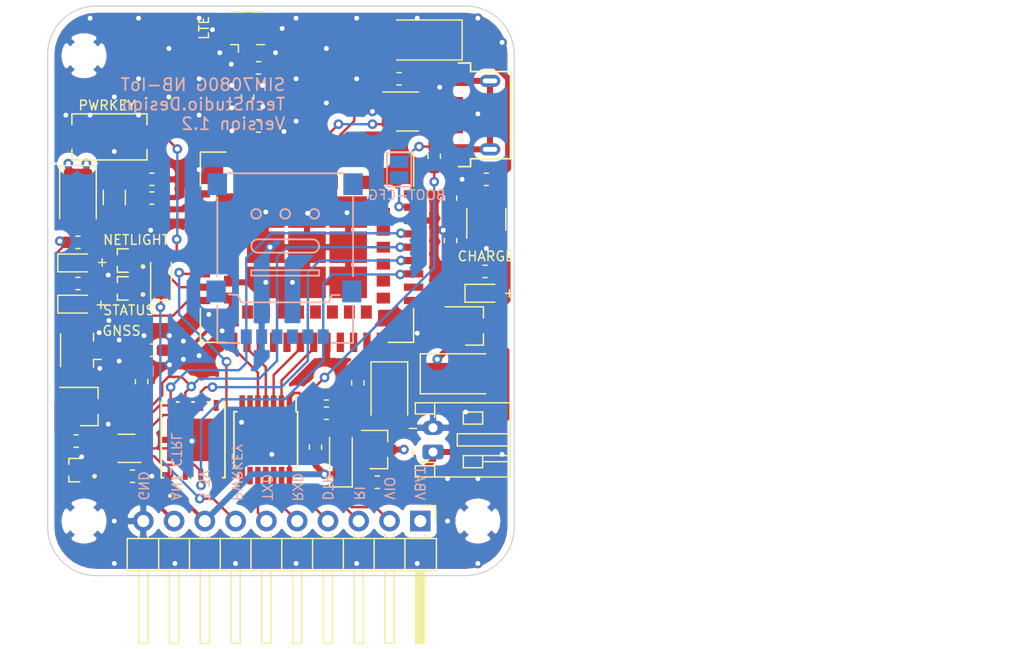
<source format=kicad_pcb>
(kicad_pcb (version 20221018) (generator pcbnew)
  (title_block (title "TechStudio.Design SIM7080G NB-IoT Shield") (date "2021-08-25") (rev "V1.2") (company "www.techstudio.design") (comment 3 "Copyright: Tech Studio Design, 2021") (comment 4 "Designed By: Henry Cheung"))
  (layers (0 "F.Cu" signal) (1 "In1.Cu" power) (2 "In2.Cu" power) (31 "B.Cu" signal) (34 "B.Paste" user) (35 "F.Paste" user) (36 "B.SilkS" user "B.Silkscreen") (37 "F.SilkS" user "F.Silkscreen") (38 "B.Mask" user) (39 "F.Mask" user) (44 "Edge.Cuts" user))
  (net 0 "")
  (net 1 "VIO")
  (net 2 "GND")
  (net 3 "1.8V")
  (net 4 "Net-(C3-Pad1)")
  (net 5 "VBUS")
  (net 6 "PWRKEY")
  (net 7 "Net-(D3-Pad1)")
  (net 8 "Net-(D3-Pad2)")
  (net 9 "RXD")
  (net 10 "TXD")
  (net 11 "RI")
  (net 12 "DTR")
  (net 13 "VANT")
  (net 14 "NETLIGHT")
  (net 15 "STAT")
  (net 16 "NB_TXD")
  (net 17 "NB_RXD")
  (net 18 "NB_RI")
  (net 19 "NB_DTR")
  (net 20 "Net-(U2-Pad3)")
  (net 21 "Net-(U3-Pad4)")
  (net 22 "Net-(U3-Pad5)")
  (net 23 "Net-(D1-Pad2)")
  (net 24 "Net-(D2-Pad1)")
  (net 25 "Net-(JP1-Pad2)")
  (net 26 "Net-(JP1-Pad1)")
  (net 27 "Net-(J4-Pad6)")
  (net 28 "Net-(C1-Pad1)")
  (net 29 "Net-(C2-Pad1)")
  (net 30 "VBAT")
  (net 31 "Net-(C9-Pad1)")
  (net 32 "3.3V")
  (net 33 "Net-(C16-Pad1)")
  (net 34 "Net-(C17-Pad1)")
  (net 35 "Net-(D2-Pad3)")
  (net 36 "Net-(D2-Pad4)")
  (net 37 "Net-(D4-Pad2)")
  (net 38 "Net-(D4-Pad1)")
  (net 39 "Net-(D7-Pad1)")
  (net 40 "Net-(D7-Pad2)")
  (net 41 "Net-(J3-Pad6)")
  (net 42 "Net-(J3-Pad3)")
  (net 43 "Net-(J3-Pad2)")
  (net 44 "Net-(J3-Pad4)")
  (net 45 "Net-(L1-Pad2)")
  (net 46 "Net-(Q1-Pad1)")
  (net 47 "Net-(R8-Pad1)")
  (net 48 "Net-(U1-Pad1)")
  (net 49 "Net-(U1-Pad3)")
  (net 50 "Net-(U2-Pad4)")
  (net 51 "Net-(U2-Pad5)")
  (net 52 "Net-(U2-Pad9)")
  (net 53 "Net-(U2-Pad10)")
  (net 54 "Net-(U2-Pad11)")
  (net 55 "Net-(U2-Pad12)")
  (net 56 "Net-(U2-Pad14)")
  (net 57 "Net-(U2-Pad22)")
  (net 58 "Net-(U2-Pad23)")
  (net 59 "Net-(U2-Pad28)")
  (net 60 "Net-(U2-Pad29)")
  (net 61 "Net-(U2-Pad38)")
  (net 62 "Net-(U2-Pad43)")
  (net 63 "Net-(U2-Pad44)")
  (net 64 "Net-(U2-Pad46)")
  (net 65 "Net-(U2-Pad47)")
  (net 66 "Net-(U2-Pad48)")
  (net 67 "Net-(U2-Pad49)")
  (net 68 "Net-(U2-Pad50)")
  (net 69 "Net-(U2-Pad51)")
  (net 70 "Net-(U2-Pad52)")
  (net 71 "Net-(U2-Pad53)")
  (net 72 "Net-(U2-Pad54)")
  (net 73 "Net-(U2-Pad55)")
  (net 74 "Net-(U2-Pad56)")
  (net 75 "Net-(U2-Pad57)")
  (net 76 "Net-(U2-Pad58)")
  (net 77 "Net-(U2-Pad59)")
  (net 78 "Net-(U2-Pad60)")
  (net 79 "Net-(U2-Pad61)")
  (net 80 "Net-(U2-Pad62)")
  (net 81 "Net-(U2-Pad64)")
  (net 82 "Net-(U2-Pad65)")
  (net 83 "Net-(U3-Pad2)")
  (net 84 "Net-(U4-Pad6)")
  (net 85 "Net-(U4-Pad9)")
  (net 86 "ANT_CTRL")
  (footprint "Capacitor_SMD:C_0603_1608Metric_Pad1.05x0.95mm_HandSolder" (layer "F.Cu") (at 144.15 98.4 180)
    (fp_text reference "C1" hide)
    (fp_text value "22pF" hide)
  )
  (footprint "Capacitor_SMD:C_0603_1608Metric_Pad1.05x0.95mm_HandSolder" (layer "F.Cu") (at 152.9 75.1)
    (fp_text reference "C2")
    (fp_text value "NC" hide)
  )
  (footprint "Capacitor_SMD:C_0603_1608Metric_Pad1.05x0.95mm_HandSolder" (layer "F.Cu") (at 152.9 79.9)
    (fp_text reference "C3" hide)
    (fp_text value "NC" hide)
  )
  (footprint "Capacitor_Tantalum_SMD:CP_EIA-3528-12_Kemet-T_Pad1.50x2.35mm_HandSolder" (layer "F.Cu") (at 138 85.8 -90)
    (fp_text reference "C4" hide)
    (fp_text value "100uF" hide)
  )
  (footprint "Capacitor_SMD:C_1206_3216Metric_Pad1.42x1.75mm_HandSolder" (layer "F.Cu") (at 141 85.8 -90)
    (fp_text reference "C5" hide)
    (fp_text value "100uF" hide)
  )
  (footprint "Capacitor_SMD:C_0603_1608Metric_Pad1.05x0.95mm_HandSolder" (layer "F.Cu") (at 144.1 84.3)
    (fp_text reference "C6" hide)
    (fp_text value "1uF" hide)
  )
  (footprint "Capacitor_SMD:C_0603_1608Metric_Pad1.05x0.95mm_HandSolder" (layer "F.Cu") (at 144.1 85.85)
    (fp_text reference "C7" hide)
    (fp_text value "0.1uF" hide)
  )
  (footprint "Capacitor_SMD:C_0603_1608Metric_Pad1.05x0.95mm_HandSolder" (layer "F.Cu") (at 164.5 76 180)
    (fp_text reference "C8" hide)
    (fp_text value "0.1uF" hide)
  )
  (footprint "Capacitor_SMD:C_0603_1608Metric_Pad1.05x0.95mm_HandSolder" (layer "F.Cu") (at 142.5 108.8)
    (fp_text reference "C9" hide)
    (fp_text value "0.1uF" hide)
  )
  (footprint "Capacitor_SMD:C_0603_1608Metric_Pad1.05x0.95mm_HandSolder" (layer "F.Cu") (at 158.5 103.6)
    (fp_text reference "C10" hide)
    (fp_text value "0.1uF" hide)
  )
  (footprint "Capacitor_SMD:C_0603_1608Metric_Pad1.05x0.95mm_HandSolder" (layer "F.Cu") (at 158.5 102 180)
    (fp_text reference "C11" hide)
    (fp_text value "0.1uF" hide)
  )
  (footprint "Capacitor_Tantalum_SMD:CP_EIA-3528-12_Kemet-T_Pad1.50x2.35mm_HandSolder" (layer "F.Cu") (at 163.7 102 -90)
    (fp_text reference "C12" hide)
    (fp_text value "100uF" hide)
  )
  (footprint "Capacitor_SMD:C_0603_1608Metric_Pad1.05x0.95mm_HandSolder" (layer "F.Cu") (at 161.1 101.1 -90)
    (fp_text reference "C13" hide)
    (fp_text value "10uF")
  )
  (footprint "Capacitor_Tantalum_SMD:CP_EIA-3216-10_Kemet-I_Pad1.58x1.35mm_HandSolder" (layer "F.Cu") (at 159.7 107.2 90)
    (fp_text reference "C14" hide)
    (fp_text value "47uF" hide)
  )
  (footprint "Capacitor_SMD:C_0603_1608Metric_Pad1.05x0.95mm_HandSolder" (layer "F.Cu") (at 157.6 106.4 90)
    (fp_text reference "C15" hide)
    (fp_text value "1uF" hide)
  )
  (footprint "Capacitor_SMD:C_0603_1608Metric_Pad1.05x0.95mm_HandSolder" (layer "F.Cu") (at 171.7 84.3 180)
    (fp_text reference "C16" hide)
    (fp_text value "4.7uF" hide)
  )
  (footprint "Capacitor_SMD:C_0603_1608Metric_Pad1.05x0.95mm_HandSolder" (layer "F.Cu") (at 162.7 109.3 180)
    (fp_text reference "C17" hide)
    (fp_text value "4.7uF" hide)
  )
  (footprint "Diode_SMD:D_SOD-323_HandSoldering" (layer "F.Cu") (at 144.85 92.4 90)
    (fp_text reference "D1" hide)
    (fp_text value "SD103AWS" hide)
  )
  (footprint "Package_TO_SOT_SMD:SOT-353_SC-70-5_Handsoldering" (layer "F.Cu") (at 142 106.5 180)
    (fp_text reference "D2" hide)
    (fp_text value "ESDA6V1W5" hide)
  )
  (footprint "LED_SMD:LED_0603_1608Metric_Pad1.05x0.95mm_HandSolder" (layer "F.Cu") (at 138 91.2)
    (fp_text reference "D3" hide)
    (fp_text value "NETLIGHT (GREEN)" hide)
  )
  (footprint "LED_SMD:LED_0603_1608Metric_Pad1.05x0.95mm_HandSolder" (layer "F.Cu") (at 138 94.6)
    (fp_text reference "D4" hide)
    (fp_text value "STATUS (BLUE)" hide)
  )
  (footprint "Diode_SMD:D_SMA" (layer "F.Cu") (at 166.3 72.8 180)
    (fp_text reference "D5" hide)
    (fp_text value "SS12" hide)
  )
  (footprint "Diode_SMD:D_SMA" (layer "F.Cu") (at 169.65 100.35)
    (fp_text reference "D6" hide)
    (fp_text value "ES1AF" hide)
  )
  (footprint "LED_SMD:LED_0603_1608Metric_Pad1.05x0.95mm_HandSolder" (layer "F.Cu") (at 171.6 93.7)
    (fp_text reference "D7" hide)
    (fp_text value "CHARGING (RED)" hide)
  )
  (footprint "MountingHole:MountingHole_2.7mm_M2.5" (layer "F.Cu") (at 171 112.5)
    (fp_text reference "H2" hide)
    (fp_text value "MountingHole_Pad" hide)
  )
  (footprint "MountingHole:MountingHole_2.7mm_M2.5" (layer "F.Cu") (at 138.5 112.5)
    (fp_text reference "H3" hide)
    (fp_text value "MountingHole_Pad" hide)
  )
  (footprint "Connector_Coaxial:U.FL_Hirose_U.FL-R-SMT-1_Vertical" (layer "F.Cu") (at 152 72.3 90)
    (fp_text reference "J1" hide)
    (fp_text value "LTE Antenna" hide)
  )
  (footprint "Connector_Coaxial:U.FL_Hirose_U.FL-R-SMT-1_Vertical" (layer "F.Cu") (at 138.4 98.4 180)
    (fp_text reference "J2" hide)
    (fp_text value "GNSS Antenna" hide)
  )
  (footprint "Connector_JST:JST_PH_S2B-PH-K_1x02_P2.00mm_Horizontal" (layer "F.Cu") (at 167.3 106.8 90)
    (fp_text reference "J5" hide)
    (fp_text value "JST PH" hide)
  )
  (footprint "Connector_PinHeader_2.54mm:PinHeader_1x10_P2.54mm_Horizontal" (layer "F.Cu") (at 166.25 112.5 -90)
    (fp_text reference "J6" hide)
    (fp_text value "Conn_01x10_Male" hide)
  )
  (footprint "Inductor_SMD:L_0603_1608Metric_Pad1.05x0.95mm_HandSolder" (layer "F.Cu") (at 143.25 101 -90)
    (fp_text reference "L1" hide)
    (fp_text value "BLM18BA121SN1D" hide)
  )
  (footprint "Package_TO_SOT_SMD:SOT-23_Handsoldering" (layer "F.Cu") (at 138.9 103.05)
    (fp_text reference "Q1" hide)
    (fp_text value "FDN340P" hide)
  )
  (footprint "e-tinkers:SOT523" (layer "F.Cu") (at 141.7 91 180)
    (fp_text reference "Q2" hide)
    (fp_text value "DTC143Z" hide)
  )
  (footprint "e-tinkers:SOT523" (layer "F.Cu") (at 141.7 93.3 180)
    (fp_text reference "Q3" hide)
    (fp_text value "DTC143Z" hide)
  )
  (footprint "e-tinkers:SOT523" (layer "F.Cu") (at 137.7 108.3 180)
    (fp_text reference "Q4" hide)
    (fp_text value "DTC143Z" hide)
  )
  (footprint "Package_TO_SOT_SMD:SOT-23_Handsoldering" (layer "F.Cu") (at 170.7 96.4)
    (fp_text reference "Q5" hide)
    (fp_text value "FDN340P" hide)
  )
  (footprint "Resistor_SMD:R_0603_1608Metric_Pad1.05x0.95mm_HandSolder" (layer "F.Cu") (at 152 77.5 90)
    (fp_text reference "R1" hide)
    (fp_text value "0" hide)
  )
  (footprint "Resistor_SMD:R_0603_1608Metric_Pad1.05x0.95mm_HandSolder" (layer "F.Cu") (at 167.4 82.4 90)
    (fp_text reference "R2" hide)
    (fp_text value "10k" hide)
  )
  (footprint "Resistor_SMD:R_0603_1608Metric_Pad1.05x0.95mm_HandSolder" (layer "F.Cu") (at 138 92.9)
    (fp_text reference "R4" hide)
    (fp_text value "1k" hide)
  )
  (footprint "Resistor_SMD:R_0603_1608Metric_Pad1.05x0.95mm_HandSolder" (layer "F.Cu") (at 137.85 105.9 180)
    (fp_text reference "R5" hide)
    (fp_text value "200k" hide)
  )
  (footprint "Resistor_SMD:R_0603_1608Metric_Pad1.05x0.95mm_HandSolder" (layer "F.Cu") (at 171.6 91.9 180)
    (fp_text reference "R6" hide)
    (fp_text value "2k" hide)
  )
  (footprint "Resistor_SMD:R_0603_1608Metric_Pad1.05x0.95mm_HandSolder" (layer "F.Cu") (at 168.75 89.35 90)
    (fp_text reference "R7" hide)
    (fp_text value "100k" hide)
  )
  (footprint "Resistor_SMD:R_0603_1608Metric_Pad1.05x0.95mm_HandSolder" (layer "F.Cu") (at 168.75 85.85 90)
    (fp_text reference "R8" hide)
    (fp_text value "2k" hide)
  )
  (footprint "e-tinkers:SW_TS-1101-X-X" (layer "F.Cu") (at 140.6 80.8)
    (fp_text reference "SW1" hide)
    (fp_text value "PWRKEY" hide)
  )
  (footprint "Package_TO_SOT_SMD:SOT-23-6_Handsoldering" (layer "F.Cu") (at 165.2 78.7)
    (fp_text reference "U1" hide)
    (fp_text value "USBLC6-2SC6" hide)
  )
  (footprint "SimCom:SIM7080G" (layer "F.Cu") (at 156.9 89.9 90)
    (fp_text reference "U2" hide)
    (fp_text value "SIM7080G" hide)
  )
  (footprint "e-tinkers:ST4SIM-200M" (layer "F.Cu") (at 147.5 105.8 90)
    (fp_text reference "U3" hide)
    (fp_text value "ST4SIM-200M" hide)
  )
  (footprint "Package_SO:TSSOP-14_4.4x5mm_P0.65mm" (layer "F.Cu") (at 153.5 105.8 -90)
    (fp_text reference "U4" hide)
    (fp_text value "TXB0104PW" hide)
  )
  (footprint "Package_TO_SOT_SMD:SOT-23" (layer "F.Cu") (at 162.8 106.6)
    (fp_text reference "U5" hide)
    (fp_text value "ME6211A33M3G-N" hide)
  )
  (footprint "Package_TO_SOT_SMD:SOT-23-5_HandSoldering" (layer "F.Cu") (at 171.7 87.6 90)
    (fp_text reference "U6" hide)
    (fp_text value "MCP73831-2-OT" hide)
  )
  (footprint "Resistor_SMD:R_0603_1608Metric_Pad1.05x0.95mm_HandSolder" (layer "F.Cu") (at 138 89.5)
    (fp_text reference "R3" hide)
    (fp_text value "1k" hide)
  )
  (footprint "MountingHole:MountingHole_2.7mm_M2.5" (layer "F.Cu") (at 138.5 74.1)
    (fp_text reference "H1" hide)
    (fp_text value "MountingHole_Pad")
  )
  (footprint "e-tinkers:U254-051T-4BH83" (layer "F.Cu") (at 172 79 90)
    (fp_text reference "J3" hide)
    (fp_text value "USB_B_Micro" hide)
  )
  (footprint "Jumper:SolderJumper-2_P1.3mm_Open_Pad1.0x1.5mm" (layer "B.Cu") (at 164.5 83.5 90)
    (fp_text reference "JP1" hide)
    (fp_text value "SolderJumper_2_Open" hide)
  )
  (footprint "e-tinkers:HOAUC-HYC240-SIM-06-150_C645501" (layer "B.Cu") (at 155.1 90.8)
    (fp_text reference "J4" hide)
    (fp_text value "SIM_Card" hide)
  )
  (gr_line (start 135.5 113) (end 135.5 74) (stroke (width 0.1)) (layer "Edge.Cuts"))
  (gr_arc (start 139.5 117) (mid 136.671573 115.828427) (end 135.5 113) (stroke (width 0.1)) (layer "Edge.Cuts"))
  (gr_arc (start 170 70) (mid 172.828427 71.171573) (end 174 74) (stroke (width 0.1)) (layer "Edge.Cuts"))
  (gr_line (start 174 74) (end 174 113) (stroke (width 0.1)) (layer "Edge.Cuts"))
  (gr_line (start 170 117) (end 139.5 117) (stroke (width 0.1)) (layer "Edge.Cuts"))
  (gr_arc (start 174 113) (mid 172.828427 115.828427) (end 170 117) (stroke (width 0.1)) (layer "Edge.Cuts"))
  (gr_arc (start 135.5 74) (mid 136.671573 71.171573) (end 139.5 70) (stroke (width 0.1)) (layer "Edge.Cuts"))
  (gr_line (start 139.5 70) (end 170 70) (stroke (width 0.1)) (layer "Edge.Cuts"))
  (gr_text "RXD" (at 156.1 109.7 270) (layer "B.SilkS") (effects (font (size 0.8 0.8) (thickness 0.12)) (justify mirror)))
  (gr_text "TXD" (at 153.6 109.7 270) (layer "B.SilkS") (effects (font (size 0.8 0.8) (thickness 0.12)) (justify mirror)))
  (gr_text "PWRKEY" (at 151.1 108.5 270) (layer "B.SilkS") (effects (font (size 0.8 0.8) (thickness 0.12)) (justify mirror)))
  (gr_text "ANT_CTRL" (at 146.1 108 270) (layer "B.SilkS") (effects (font (size 0.8 0.8) (thickness 0.12)) (justify mirror)))
  (gr_text "GND" (at 143.4 109.6 270) (layer "B.SilkS") (effects (font (size 0.8 0.8) (thickness 0.12)) (justify mirror)))
  (gr_text "SIM7080G NB-IoT\nTechStudio.Design\nVersion 1.2" (at 155.2 78.1) (layer "B.SilkS") (effects (font (size 1 1)) (justify left mirror)))
  (gr_text "BOOT-CFG" (at 165.15 85.6) (layer "B.SilkS") (effects (font (size 0.8 0.8) (thickness 0.12)) (justify mirror)))
  (gr_text "3.3V" (at 148.4 109.6 270) (layer "B.SilkS") (effects (font (size 0.8 0.8) (thickness 0.12)) (justify mirror)))
  (gr_text "VBAT" (at 166.2 109.4 270) (layer "B.SilkS") (effects (font (size 0.8 0.8) (thickness 0.12)) (justify mirror)))
  (gr_text "VIO" (at 163.7 109.8 270) (layer "B.SilkS") (effects (font (size 0.8 0.8) (thickness 0.12)) (justify mirror)))
  (gr_text "RI" (at 161.2 110.2 270) (layer "B.SilkS") (effects (font (size 0.8 0.8) (thickness 0.12)) (justify mirror)))
  (gr_text "DTR" (at 158.6 109.7 270) (layer "B.SilkS") (effects (font (size 0.8 0.8) (thickness 0.12)) (justify mirror)))
  (gr_text "STATUS" (at 142.2 95.1) (layer "F.SilkS") (effects (font (size 0.8 0.8) (thickness 0.12))))
  (gr_text "NETLIGHT" (at 142.8 89.3) (layer "F.SilkS") (effects (font (size 0.8 0.8) (thickness 0.12))))
  (gr_text "LTE" (at 148.4 71.8 90) (layer "F.SilkS") (effects (font (size 0.8 0.8) (thickness 0.12))))
  (gr_text "GNSS" (at 141.6 96.8) (layer "F.SilkS") (effects (font (size 0.8 0.8) (thickness 0.12))))
  (gr_text "PWRKEY" (at 140.4 78.2) (layer "F.SilkS") (effects (font (size 0.8 0.8) (thickness 0.12))))
  (gr_text "CHARGE" (at 171.65 90.65) (layer "F.SilkS") (effects (font (size 0.8 0.8) (thickness 0.12))))
  (gr_text "+" (at 140 91.1) (layer "F.SilkS") (effects (font (size 0.8 0.8) (thickness 0.12))))
  (gr_text "+" (at 165.65 106.8) (layer "F.SilkS") (effects (font (size 0.8 0.8) (thickness 0.12))))
  (gr_text "-" (at 165.65 104.8) (layer "F.SilkS") (effects (font (size 0.8 0.8) (thickness 0.12))))
  (gr_text "+" (at 139.9 94.6) (layer "F.SilkS") (effects (font (size 0.8 0.8) (thickness 0.12))))
  (gr_text "+" (at 173.6 93.65) (layer "F.SilkS") (effects (font (size 0.8 0.8) (thickness 0.12))))
  (segment (start 155.45 105.775) (end 157.625 103.6) (width 0.2) (layer "F.Cu") (net 1))
  (segment (start 155.99998 109.89998) (end 159.135678 109.89998) (width 0.2) (layer "F.Cu") (net 1))
  (segment (start 155.45 108.75) (end 155.45 105.775) (width 0.2) (layer "F.Cu") (net 1))
  (segment (start 160.585697 111.349999) (end 162.559999 111.349999) (width 0.2) (layer "F.Cu") (net 1))
  (segment (start 162.860001 111.650001) (end 163.71 112.5) (width 0.2) (layer "F.Cu") (net 1))
  (segment (start 162.559999 111.349999) (end 162.860001 111.650001) (width 0.2) (layer "F.Cu") (net 1))
  (segment (start 155.45 109.35) (end 155.99998 109.89998) (width 0.2) (layer "F.Cu") (net 1))
  (segment (start 155.45 108.75) (end 155.45 109.35) (width 0.2) (layer "F.Cu") (net 1))
  (segment (start 159.135678 109.89998) (end 160.585697 111.349999) (width 0.2) (layer "F.Cu") (net 1))
  (segment (start 169.7 84.3) (end 169.425 84.3) (width 0.5) (layer "F.Cu") (net 2))
  (segment (start 147.4 105.9) (end 147.5 105.8) (width 0.2) (layer "F.Cu") (net 2))
  (segment (start 153.5 87) (end 153.5 87) (width 0.5) (layer "F.Cu") (net 2))
  (segment (start 153.5 92.8) (end 154.8 94.1) (width 0.5) (layer "F.Cu") (net 2))
  (segment (start 155.7 92.8) (end 153.5 92.8) (width 0.5) (layer "F.Cu") (net 2))
  (segment (start 157.8375 105.7625) (end 157.6 105.525) (width 0.5) (layer "F.Cu") (net 2))
  (segment (start 140.5 92.2) (end 142.17 92.2) (width 0.2) (layer "F.Cu") (net 2))
  (segment (start 138.3 107.78) (end 138.32 107.8) (width 0.3) (layer "F.Cu") (net 2))
  (segment (start 143.33 106.5) (end 146.8 106.5) (width 0.2) (layer "F.Cu") (net 2))
  (segment (start 144.1 108.8) (end 143.375 108.8) (width 0.3) (layer "F.Cu") (net 2))
  (segment (start 153.4 92.7) (end 153.5 92.8) (width 0.5) (layer "F.Cu") (net 2))
  (segment (start 148.1 87.7) (end 149.4 87.7) (width 0.5) (layer "F.Cu") (net 2))
  (segment (start 150.7 92.8) (end 150.6 92.7) (width 0.5) (layer "F.Cu") (net 2))
  (segment (start 146.8 106.5) (end 147.4 105.9) (width 0.2) (layer "F.Cu") (net 2))
  (segment (start 154.8 94.1) (end 154.8 95.25) (width 0.5) (layer "F.Cu") (net 2))
  (segment (start 159.7 105.7625) (end 157.8375 105.7625) (width 0.5) (layer "F.Cu") (net 2))
  (segment (start 168.85 77.7) (end 167.85 76.7) (width 0.5) (layer "F.Cu") (net 2))
  (segment (start 165.7 85.5) (end 168.225 85.5) (width 0.5) (layer "F.Cu") (net 2))
  (segment (start 156.9 92.8) (end 155.7 92.8) (width 0.5) (layer "F.Cu") (net 2))
  (segment (start 150 87.1) (end 150.6 87.1) (width 0.5) (layer "F.Cu") (net 2))
  (segment (start 142.17 92.2) (end 142.32 92.35) (width 0.2) (layer "F.Cu") (net 2))
  (segment (start 138.3 107.2) (end 138.3 107.78) (width 0.3) (layer "F.Cu") (net 2))
  (segment (start 151.55 102.85) (end 151.55 104.3) (width 0.2) (layer "F.Cu") (net 2))
  (segment (start 169.1 77.7) (end 168.85 77.7) (width 0.5) (layer "F.Cu") (net 2))
  (segment (start 142.32 92.35) (end 142.32 92.8) (width 0.2) (layer "F.Cu") (net 2))
  (segment (start 153.05 80.625) (end 153.775 79.9) (width 0.3) (layer "F.Cu") (net 2))
  (segment (start 151.55 104.3) (end 151.5 104.35) (width 0.2) (layer "F.Cu") (net 2))
  (segment (start 169.425 84.3) (end 168.75 84.975) (width 0.5) (layer "F.Cu") (net 2))
  (segment (start 162.3 78.7) (end 163.85 78.7) (width 0.2) (layer "F.Cu") (net 2))
  (segment (start 153.5 92.8) (end 153.5 92.8) (width 0.5) (layer "F.Cu") (net 2))
  (segment (start 153.5 92.8) (end 150.7 92.8) (width 0.5) (layer "F.Cu") (net 2))
  (segment (start 170.825 84.3) (end 169.7 84.3) (width 0.5) (layer "F.Cu") (net 2))
  (segment (start 168.225 85.5) (end 168.75 84.975) (width 0.5) (layer "F.Cu") (net 2))
  (segment (start 149.4 87.7) (end 150 87.1) (width 0.5) (layer "F.Cu") (net 2))
  (segment (start 153.4 87.1) (end 153.5 87) (width 0.5) (layer "F.Cu") (net 2))
  (segment (start 171.7 88.95) (end 171.7 90) (width 0.2) (layer "F.Cu") (net 2))
  (segment (start 153.05 82.05) (end 153.05 80.625) (width 0.3) (layer "F.Cu") (net 2))
  (via (at 141.4 99.3) (size 0.8) (drill 0.4) (layers "F.Cu" "B.Cu") (net 2))
  (via (at 151.5 104.35) (size 0.8) (drill 0.4) (layers "F.Cu" "B.Cu") (net 2))
  (via (at 161 76) (size 0.8) (drill 0.4) (layers "F.Cu" "B.Cu") (net 2))
  (via (at 140.5 92.2) (size 0.8) (drill 0.4) (layers "F.Cu" "B.Cu") (net 2))
  (via (at 141 82) (size 0.8) (drill 0.4) (layers "F.Cu" "B.Cu") (net 2))
  (via (at 148.8 95.45) (size 0.8) (drill 0.4) (layers "F.Cu" "B.Cu") (net 2))
  (via (at 148 71) (size 0.8) (drill 0.4) (layers "F.Cu" "B.Cu") (net 2))
  (via (at 139.8 99.9) (size 0.8) (drill 0.4) (layers "F.Cu" "B.Cu") (net 2))
  (via (at 143 76) (size 0.8) (drill 0.4) (layers "F.Cu" "B.Cu") (net 2))
  (via (at 148 83.5) (size 0.8) (drill 0.4) (layers "F.Cu" "B.Cu") (net 2))
  (via (at 150.65 74.8) (size 0.8) (drill 0.4) (layers "F.Cu" "B.Cu") (net 2))
  (via (at 143.45 97.2) (size 0.8) (drill 0.4) (layers "F.Cu" "B.Cu") (net 2))
  (via (at 148 98.85) (size 0.8) (drill 0.4) (layers "F.Cu" "B.Cu") (net 2))
  (via (at 147.4 105.9) (size 0.8) (drill 0.4) (layers "F.Cu" "B.Cu") (net 2))
  (via (at 171 71) (size 0.8) (drill 0.4) (layers "F.Cu" "B.Cu") (net 2))
  (via (at 153.5 87) (size 0.8) (drill 0.4) (layers "F.Cu" "B.Cu") (net 2))
  (via (at 139 71) (size 0.8) (drill 0.4) (layers "F.Cu" "B.Cu") (net 2))
  (via (at 145.5 73.5) (size 0.8) (drill 0.4) (layers "F.Cu" "B.Cu") (net 2))
  (via (at 156 76) (size 0.8) (drill 0.4) (layers "F.Cu" "B.Cu") (net 2))
  (via (at 155.7 92.8) (size 0.8) (drill 0.4) (layers "F.Cu" "B.Cu") (net 2))
  (via (at 146.7 99.15) (size 0.8) (drill 0.4) (layers "F.Cu" "B.Cu") (net 2))
  (via (at 148 76) (size 0.8) (drill 0.4) (layers "F.Cu" "B.Cu") (net 2))
  (via (at 154 107) (size 0.8) (drill 0.4) (layers "F.Cu" "B.Cu") (net 2))
  (via (at 158.5 78) (size 0.8) (drill 0.4) (layers "F.Cu" "B.Cu") (net 2))
  (via (at 161 116) (size 0.8) (drill 0.4) (layers "F.Cu" "B.Cu") (net 2))
  (via (at 161 71) (size 0.8) (drill 0.4) (layers "F.Cu" "B.Cu") (net 2))
  (via (at 150.7 76.55) (size 0.8) (drill 0.4) (layers "F.Cu" "B.Cu") (net 2))
  (via (at 149.9 96.8) (size 0.8) (drill 0.4) (layers "F.Cu" "B.Cu") (net 2))
  (via (at 150.7 80.3) (size 0.8) (drill 0.4) (layers "F.Cu" "B.Cu") (net 2))
  (via (at 141 112.5) (size 0.8) (drill 0.4) (layers "F.Cu" "B.Cu") (net 2))
  (via (at 153.25 76.55) (size 0.8) (drill 0.4) (layers "F.Cu" "B.Cu") (net 2))
  (via (at 151 116) (size 0.8) (drill 0.4) (layers "F.Cu" "B.Cu") (net 2))
  (via (at 138.3 107.2) (size 0.8) (drill 0.4) (layers "F.Cu" "B.Cu") (net 2))
  (via (at 144.1 108.8) (size 0.8) (drill 0.4) (layers "F.Cu" "B.Cu") (net 2))
  (via (at 149.7 73.85) (size 0.8) (drill 0.4) (layers "F.Cu" "B.Cu") (net 2))
  (via (at 154.85 71.85) (size 0.8) (drill 0.4) (layers "F.Cu" "B.Cu") (net 2))
  (via (at 171.7 90) (size 0.8) (drill 0.4) (layers "F.Cu" "B.Cu") (net 2))
  (via (at 173 107) (size 0.8) (drill 0.4) (layers "F.Cu" "B.Cu") (net 2))
  (via (at 146.7 97.65) (size 0.8) (drill 0.4) (layers "F.Cu" "B.Cu") (net 2))
  (via (at 169.7 84.3) (size 0.8) (drill 0.4) (layers "F.Cu" "B.Cu") (net 2))
  (via (at 158.5 73.5) (size 0.8) (drill 0.4) (layers "F.Cu" "B.Cu") (net 2))
  (via (at 145.55 97.2) (size 0.8) (drill 0.4) (layers "F.Cu" "B.Cu") (net 2))
  (via (at 145.5 77.5) (size 0.8) (drill 0.4) (layers "F.Cu" "B.Cu") (net 2))
  (via (at 143 71) (size 0.8) (drill 0.4) (layers "F.Cu" "B.Cu") (net 2))
  (via (at 150.7 78.4) (size 0.8) (drill 0.4) (layers "F.Cu" "B.Cu") (net 2))
  (via (at 166 116) (size 0.8) (drill 0.4) (layers "F.Cu" "B.Cu") (net 2))
  (via (at 139.75 96.95) (size 0.8) (drill 0.4) (layers "F.Cu" "B.Cu") (net 2))
  (via (at 153.5 92.8) (size 0.8) (drill 0.4) (layers "F.Cu" "B.Cu") (net 2))
  (via (at 156.95 87.1) (size 0.8) (drill 0.4) (layers "F.Cu" "B.Cu") (net 2))
  (via (at 141.4 97.55) (size 0.8) (drill 0.4) (layers "F.Cu" "B.Cu") (net 2))
  (via (at 166 71) (size 0.8) (drill 0.4) (layers "F.Cu" "B.Cu") (net 2))
  (via (at 173 73) (size 0.8) (drill 0.4) (layers "F.Cu" "B.Cu") (net 2))
  (via (at 143 79) (size 0.8) (drill 0.4) (layers "F.Cu" "B.Cu") (net 2))
  (via (at 171 116) (size 0.8) (drill 0.4) (layers "F.Cu" "B.Cu") (net 2))
  (via (at 170 103.5) (size 0.8) (drill 0.4) (layers "F.Cu" "B.Cu") (net 2))
  (via (at 146 116) (size 0.8) (drill 0.4) (layers "F.Cu" "B.Cu") (net 2))
  (via (at 154.3 73.85) (size 0.8) (drill 0.4) (layers "F.Cu" "B.Cu") (net 2))
  (via (at 156 116) (size 0.8) (drill 0.4) (layers "F.Cu" "B.Cu") (net 2))
  (via (at 145.55 99.6) (size 0.8) (drill 0.4) (layers "F.Cu" "B.Cu") (net 2))
  (via (at 141 116) (size 0.8) (drill 0.4) (layers "F.Cu" "B.Cu") (net 2))
  (via (at 156 71) (size 0.8) (drill 0.4) (layers "F.Cu" "B.Cu") (net 2))
  (via (at 168.5 109) (size 0.8) (drill 0.4) (layers "F.Cu" "B.Cu") (net 2))
  (via (at 140.5 104.5) (size 0.8) (drill 0.4) (layers "F.Cu" "B.Cu") (net 2))
  (via (at 171 78.9) (size 0.8) (drill 0.4) (layers "F.Cu" "B.Cu") (net 2))
  (via (at 155 80.35) (size 0.8) (drill 0.4) (layers "F.Cu" "B.Cu") (net 2))
  (via (at 167.85 76.7) (size 0.8) (drill 0.4) (layers "F.Cu" "B.Cu") (net 2))
  (via (at 139 79) (size 0.8) (drill 0.4) (layers "F.Cu" "B.Cu") (net 2))
  (via (at 137 79) (size 0.8) (drill 0.4) (layers "F.Cu" "B.Cu") (net 2))
  (via (at 153.25 78.3) (size 0.8) (drill 0.4) (layers "F.Cu" "B.Cu") (net 2))
  (via (at 141 77.5) (size 0.8) (drill 0.4) (layers "F.Cu" "B.Cu") (net 2))
  (via (at 144 88.5) (size 0.8) (drill 0.4) (layers "F.Cu" "B.Cu") (net 2))
  (via (at 156 79.5) (size 0.8) (drill 0.4) (layers "F.Cu" "B.Cu") (net 2))
  (via (at 140.55 95.95) (size 0.8) (drill 0.4) (layers "F.Cu" "B.Cu") (net 2))
  (via (at 160.2 87.05) (size 0.8) (drill 0.4) (layers "F.Cu" "B.Cu") (net 2))
  (via (at 153.85 89.9) (size 0.8) (drill 0.4) (layers "F.Cu" "B.Cu") (net 2))
  (via (at 168.5 112.5) (size 0.8) (drill 0.4) (layers "F.Cu" "B.Cu") (net 2))
  (via (at 148 79) (size 0.8) (drill 0.4) (layers "F.Cu" "B.Cu") (net 2))
  (via (at 162.3 78.7) (size 0.8) (drill 0.4) (layers "F.Cu" "B.Cu") (net 2))
  (via (at 168.15 88.5) (size 0.8) (drill 0.4) (layers "F.Cu" "B.Cu") (net 2))
  (via (at 166 97) (size 0.8) (drill 0.4) (layers "F.Cu" "B.Cu") (net 2))
  (via (at 171 109) (size 0.8) (drill 0.4) (layers "F.Cu" "B.Cu") (net 2))
  (via (at 149.1 71.95) (size 0.8) (drill 0.4) (layers "F.Cu" "B.Cu") (net 2))
  (segment (start 157.625 102) (end 157.625 101.375) (width 0.2) (layer "F.Cu") (net 3))
  (segment (start 151.55 107.825) (end 150.25 106.525) (width 0.2) (layer "F.Cu") (net 3))
  (segment (start 150.25 106.525) (end 150.25 99.35) (width 0.2) (layer "F.Cu") (net 3))
  (segment (start 156.3 102) (end 156.225 101.925) (width 0.2) (layer "F.Cu") (net 3))
  (segment (start 151.55 107.825) (end 151.55 108.75) (width 0.2) (layer "F.Cu") (net 3))
  (segment (start 155.45 102.85) (end 155.45 103.775) (width 0.2) (layer "F.Cu") (net 3))
  (segment (start 157.625 102) (end 156.3 102) (width 0.2) (layer "F.Cu") (net 3))
  (segment (start 155.45 103.775) (end 151.55 107.675) (width 0.2) (layer "F.Cu") (net 3))
  (segment (start 155.875 101.925) (end 155.45 102.35) (width 0.2) (layer "F.Cu") (net 3))
  (segment (start 167.4 84.5) (end 167.4 83.275) (width 0.2) (layer "F.Cu") (net 3))
  (segment (start 146.45 92.1) (end 146.35 92) (width 0.2) (layer "F.Cu") (net 3))
  (segment (start 157.625 101.375) (end 158.35 100.65) (width 0.2) (layer "F.Cu") (net 3))
  (segment (start 155.45 102.35) (end 155.45 102.85) (width 0.2) (layer "F.Cu") (net 3))
  (segment (start 151.55 107.675) (end 151.55 107.825) (width 0.2) (layer "F.Cu") (net 3))
  (segment (start 148.1 92.1) (end 146.45 92.1) (width 0.2) (layer "F.Cu") (net 3))
  (segment (start 156.225 101.925) (end 155.875 101.925) (width 0.2) (layer "F.Cu") (net 3))
  (via (at 167.4 84.5) (size 0.8) (drill 0.4) (layers "F.Cu" "B.Cu") (net 3))
  (via (at 150.25 99.35) (size 0.8) (drill 0.4) (layers "F.Cu" "B.Cu") (net 3))
  (via (at 158.35 100.65) (size 0.8) (drill 0.4) (layers "F.Cu" "B.Cu") (net 3))
  (via (at 146.35 92) (size 0.8) (drill 0.4) (layers "F.Cu" "B.Cu") (net 3))
  (segment (start 146.35 92) (end 146.35 95.45) (width 0.2) (layer "B.Cu") (net 3))
  (segment (start 167.4 90.685698) (end 167.4 84.5) (width 0.2) (layer "B.Cu") (net 3))
  (segment (start 167.4 91.6) (end 167.4 90.685698) (width 0.2) (layer "B.Cu") (net 3))
  (segment (start 158.35 100.65) (end 167.4 91.6) (width 0.2) (layer "B.Cu") (net 3))
  (segment (start 146.35 95.45) (end 150.25 99.35) (width 0.2) (layer "B.Cu") (net 3))
  (segment (start 152 78.375) (end 152 79.875) (width 0.3) (layer "F.Cu") (net 4))
  (segment (start 152 79.875) (end 152.025 79.9) (width 0.3) (layer "F.Cu") (net 4))
  (segment (start 152.025 81.975) (end 151.95 82.05) (width 0.3) (layer "F.Cu") (net 4))
  (segment (start 152.025 79.9) (end 152.025 81.975) (width 0.3) (layer "F.Cu") (net 4))
  (segment (start 165.375 76) (end 165.375 73.875) (width 0.5) (layer "F.Cu") (net 5))
  (segment (start 166.55 78.7) (end 165.584998 78.7) (width 0.5) (layer "F.Cu") (net 5))
  (segment (start 165.319999 78.435001) (end 165.319999 80.335001) (width 0.5) (layer "F.Cu") (net 5))
  (segment (start 165.319999 76.630001) (end 165.375 76.575) (width 0.5) (layer "F.Cu") (net 5))
  (segment (start 167.799999 80.425001) (end 167.925 80.3) (width 0.5) (layer "F.Cu") (net 5))
  (segment (start 161.389997 80.600001) (end 165.054999 80.600001) (width 0.5) (layer "F.Cu") (net 5))
  (segment (start 165.375 76.575) (end 165.375 76) (width 0.5) (layer "F.Cu") (net 5))
  (segment (start 165.319999 80.335001) (end 165.409999 80.425001) (width 0.5) (layer "F.Cu") (net 5))
  (segment (start 165.375 73.875) (end 164.3 72.8) (width 0.5) (layer "F.Cu") (net 5))
  (segment (start 167.925 80.3) (end 169.1 80.3) (width 0.5) (layer "F.Cu") (net 5))
  (segment (start 165.409999 80.425001) (end 167.799999 80.425001) (width 0.5) (layer "F.Cu") (net 5))
  (segment (start 160.75 82.05) (end 160.75 81.239998) (width 0.5) (layer "F.Cu") (net 5))
  (segment (start 160.75 81.239998) (end 161.389997 80.600001) (width 0.5) (layer "F.Cu") (net 5))
  (segment (start 165.584998 78.7) (end 165.319999 78.435001) (width 0.5) (layer "F.Cu") (net 5))
  (segment (start 165.054999 80.600001) (end 165.319999 80.335001) (width 0.5) (layer "F.Cu") (net 5))
  (segment (start 165.319999 78.435001) (end 165.319999 76.630001) (width 0.5) (layer "F.Cu") (net 5))
  (segment (start 144.85 94.8) (end 144.8 94.85) (width 0.2) (layer "F.Cu") (net 6))
  (segment (start 148.05 110.65) (end 149.16 110.65) (width 0.2) (layer "F.Cu") (net 6))
  (segment (start 144.85 93.65) (end 144.85 94.8) (width 0.2) (layer "F.Cu") (net 6))
  (segment (start 149.16 110.65) (end 151.01 112.5) (width 0.2) (layer "F.Cu") (net 6))
  (via (at 144.8 94.85) (size 0.8) (drill 0.4) (layers "F.Cu" "B.Cu") (net 6))
  (via (at 148.05 110.65) (size 0.8) (drill 0.4) (layers "F.Cu" "B.Cu") (net 6))
  (segment (start 144.8 94.85) (end 144.8 107.4) (width 0.2) (layer "B.Cu") (net 6))
  (segment (start 144.8 107.4) (end 148.05 110.65) (width 0.2) (layer "B.Cu") (net 6))
  (segment (start 137.90001 91.97501) (end 139.50499 91.97501) (width 0.2) (layer "F.Cu") (net 7))
  (segment (start 137.125 91.2) (end 137.90001 91.97501) (width 0.2) (layer "F.Cu") (net 7))
  (segment (start 140.48 91) (end 141.08 91) (width 0.2) (layer "F.Cu") (net 7))
  (segment (start 139.50499 91.97501) (end 140.48 91) (width 0.2) (layer "F.Cu") (net 7))
  (segment (start 138.875 89.5) (end 138.875 91.2) (width 0.2) (layer "F.Cu") (net 8))
  (segment (start 153.5 109.91) (end 156.09 112.5) (width 0.2) (layer "F.Cu") (net 9))
  (segment (start 153.5 108.75) (end 153.5 109.91) (width 0.2) (layer "F.Cu") (net 9))
  (segment (start 152.85 111.8) (end 153.55 112.5) (width 0.2) (layer "F.Cu") (net 10))
  (segment (start 152.85 108.75) (end 152.85 111.8) (width 0.2) (layer "F.Cu") (net 10))
  (segment (start 155.509988 110.29999) (end 158.96999 110.29999) (width 0.2) (layer "F.Cu") (net 11))
  (segment (start 154.8 108.75) (end 154.8 109.590002) (width 0.2) (layer "F.Cu") (net 11))
  (segment (start 160.320001 111.650001) (end 161.17 112.5) (width 0.2) (layer "F.Cu") (net 11))
  (segment (start 158.96999 110.29999) (end 160.320001 111.650001) (width 0.2) (layer "F.Cu") (net 11))
  (segment (start 154.8 109.590002) (end 155.509988 110.29999) (width 0.2) (layer "F.Cu") (net 11))
  (segment (start 154.15 109.590002) (end 155.259998 110.7) (width 0.2) (layer "F.Cu") (net 12))
  (segment (start 154.15 108.75) (end 154.15 109.590002) (width 0.2) (layer "F.Cu") (net 12))
  (segment (start 156.83 110.7) (end 158.63 112.5) (width 0.2) (layer "F.Cu") (net 12))
  (segment (start 155.259998 110.7) (end 156.83 110.7) (width 0.2) (layer "F.Cu") (net 12))
  (segment (start 143.275 98.4) (end 139.45 98.4) (width 0.3) (layer "F.Cu") (net 13))
  (segment (start 143.275 100.1) (end 143.25 100.125) (width 0.3) (layer "F.Cu") (net 13))
  (segment (start 143.275 98.4) (end 143.275 100.1) (width 0.3) (layer "F.Cu") (net 13))
  (segment (start 147.6 93.2) (end 148.1 93.2) (width 0.2) (layer "F.Cu") (net 14))
  (segment (start 145.4 92.2) (end 146.4 93.2) (width 0.2) (layer "F.Cu") (net 14))
  (segment (start 143.22 92.2) (end 145.4 92.2) (width 0.2) (layer "F.Cu") (net 14))
  (segment (start 146.4 93.2) (end 148.1 93.2) (width 0.2) (layer "F.Cu") (net 14))
  (segment (start 142.52 91.5) (end 143.22 92.2) (width 0.2) (layer "F.Cu") (net 14))
  (segment (start 142.32 91.5) (end 142.52 91.5) (width 0.2) (layer "F.Cu") (net 14))
  (segment (start 142.32 93.8) (end 142.32 94.2) (width 0.2) (layer "F.Cu") (net 15))
  (segment (start 147.1 94.3) (end 148.1 94.3) (width 0.2) (layer "F.Cu") (net 15))
  (segment (start 145.849999 95.550001) (end 147.1 94.3) (width 0.2) (layer "F.Cu") (net 15))
  (segment (start 142.32 94.2) (end 143.670001 95.550001) (width 0.2) (layer "F.Cu") (net 15))
  (segment (start 143.670001 95.550001) (end 145.849999 95.550001) (width 0.2) (layer "F.Cu") (net 15))
  (segment (start 147.6 94.3) (end 148.1 94.3) (width 0.2) (layer "F.Cu") (net 15))
  (segment (start 152.85 101.925) (end 152.85 102.85) (width 0.2) (layer "F.Cu") (net 16))
  (segment (start 150.85 97.75) (end 150.85 98.25) (width 0.2) (layer "F.Cu") (net 16))
  (segment (start 152.85 100.25) (end 152.85 101.925) (width 0.2) (layer "F.Cu") (net 16))
  (segment (start 150.85 98.25) (end 152.85 100.25) (width 0.2) (layer "F.Cu") (net 16))
  (segment (start 153.5 101.925) (end 153.5 102.85) (width 0.2) (layer "F.Cu") (net 17))
  (segment (start 151.95 97.75) (end 151.95 98.25) (width 0.2) (layer "F.Cu") (net 17))
  (segment (start 151.95 98.25) (end 153.5 99.8) (width 0.2) (layer "F.Cu") (net 17))
  (segment (start 153.5 99.8) (end 153.5 101.925) (width 0.2) (layer "F.Cu") (net 17))
  (segment (start 157.45 97.75) (end 157.45 98.25) (width 0.2) (layer "F.Cu") (net 18))
  (segment (start 154.8 101.925) (end 154.8 102.85) (width 0.2) (layer "F.Cu") (net 18))
  (segment (start 157.45 98.25) (end 154.8 100.9) (width 0.2) (layer "F.Cu") (net 18))
  (segment (start 154.8 100.9) (end 154.8 101.925) (width 0.2) (layer "F.Cu") (net 18))
  (segment (start 156.35 98.25) (end 154.15 100.45) (width 0.2) (layer "F.Cu") (net 19))
  (segment (start 156.35 97.75) (end 156.35 98.25) (width 0.2) (layer "F.Cu") (net 19))
  (segment (start 154.15 101.925) (end 154.15 102.85) (width 0.2) (layer "F.Cu") (net 19))
  (segment (start 154.15 100.45) (end 154.15 101.925) (width 0.2) (layer "F.Cu") (net 19))
  (segment (start 144.3 80.8) (end 145.2 80.8) (width 0.2) (layer "F.Cu") (net 23))
  (segment (start 146.15 89.815685) (end 146.15 89.25) (width 0.2) (layer "F.Cu") (net 23))
  (segment (start 145.55 91.15) (end 146.15 90.55) (width 0.2) (layer "F.Cu") (net 23))
  (segment (start 145 91) (end 144.85 91.15) (width 0.2) (layer "F.Cu") (net 23))
  (segment (start 144.85 91.15) (end 145.55 91.15) (width 0.2) (layer "F.Cu") (net 23))
  (segment (start 146.15 90.55) (end 146.15 89.815685) (width 0.2) (layer "F.Cu") (net 23))
  (segment (start 148.1 91) (end 145 91) (width 0.2) (layer "F.Cu") (net 23))
  (segment (start 145.2 80.8) (end 146.2 81.8) (width 0.2) (layer "F.Cu") (net 23))
  (via (at 146.2 81.8) (size 0.8) (drill 0.4) (layers "F.Cu" "B.Cu") (net 23))
  (via (at 146.15 89.25) (size 0.8) (drill 0.4) (layers "F.Cu" "B.Cu") (net 23))
  (segment (start 146.2 81.8) (end 146.2 89.2) (width 0.2) (layer "B.Cu") (net 23))
  (segment (start 146.2 89.2) (end 146.15 89.25) (width 0.2) (layer "B.Cu") (net 23))
  (segment (start 144.982601 107.852601) (end 147.5964 107.852601) (width 0.2) (layer "F.Cu") (net 24))
  (segment (start 148.15 109.55) (end 148.15 108.6574) (width 0.2) (layer "F.Cu") (net 24))
  (segment (start 148.135 108.391201) (end 148.135 108.6424) (width 0.2) (layer "F.Cu") (net 24))
  (segment (start 164.65 92.1) (end 164.6 92.15) (width 0.2) (layer "F.Cu") (net 24))
  (segment (start 143.33 107.15) (end 144.28 107.15) (width 0.2) (layer "F.Cu") (net 24))
  (segment (start 148.15 108.6574) (end 148.135 108.6424) (width 0.2) (layer "F.Cu") (net 24))
  (segment (start 165.7 92.1) (end 164.65 92.1) (width 0.2) (layer "F.Cu") (net 24))
  (segment (start 147.5964 107.852601) (end 148.135 108.391201) (width 0.2) (layer "F.Cu") (net 24))
  (segment (start 144.28 107.15) (end 144.982601 107.852601) (width 0.2) (layer "F.Cu") (net 24))
  (via (at 164.6 92.15) (size 0.8) (drill 0.4) (layers "F.Cu" "B.Cu") (net 24))
  (via (at 148.15 109.55) (size 0.8) (drill 0.4) (layers "F.Cu" "B.Cu") (net 24))
  (segment (start 149.9 102.45) (end 155.07 102.45) (width 0.2) (layer "B.Cu") (net 24))
  (segment (start 164.6 92.15) (end 159 92.15) (width 0.2) (layer "B.Cu") (net 24))
  (segment (start 158.24 94.96) (end 158.24 97.68) (width 0.2) (layer "B.Cu") (net 24))
  (segment (start 155.07 102.45) (end 158.24 99.28) (width 0.2) (layer "B.Cu") (net 24))
  (segment (start 148.15 109.55) (end 148.15 104.2) (width 0.2) (layer "B.Cu") (net 24))
  (segment (start 158.24 94.869998) (end 158.24 94.96) (width 0.2) (layer "B.Cu") (net 24))
  (segment (start 158.24 97.68) (end 158.24 98.48) (width 0.2) (layer "B.Cu") (net 24))
  (segment (start 148.15 104.2) (end 149.9 102.45) (width 0.2) (layer "B.Cu") (net 24))
  (segment (start 158.24 92.91) (end 158.24 94.96) (width 0.2) (layer "B.Cu") (net 24))
  (segment (start 158.24 99.28) (end 158.24 98.48) (width 0.2) (layer "B.Cu") (net 24))
  (segment (start 159 92.15) (end 158.24 92.91) (width 0.2) (layer "B.Cu") (net 24))
  (segment (start 167.325 81.6) (end 167.4 81.525) (width 0.2) (layer "F.Cu") (net 25))
  (segment (start 166.15 81.6) (end 167.325 81.6) (width 0.2) (layer "F.Cu") (net 25))
  (via (at 166.15 81.6) (size 0.8) (drill 0.4) (layers "F.Cu" "B.Cu") (net 25))
  (segment (start 164.5 82.85) (end 164.75 82.85) (width 0.2) (layer "B.Cu") (net 25))
  (segment (start 164.75 82.85) (end 166 81.6) (width 0.2) (layer "B.Cu") (net 25))
  (segment (start 166 81.6) (end 166.15 81.6) (width 0.2) (layer "B.Cu") (net 25))
  (segment (start 164.5 86.55) (end 165.65 86.55) (width 0.2) (layer "F.Cu") (net 26))
  (segment (start 165.65 86.55) (end 165.7 86.6) (width 0.2) (layer "F.Cu") (net 26))
  (via (at 164.5 86.55) (size 0.8) (drill 0.4) (layers "F.Cu" "B.Cu") (net 26))
  (segment (start 164.5 84.15) (end 164.5 86.55) (width 0.2) (layer "B.Cu") (net 26))
  (segment (start 147.05 98.4) (end 150.6 94.85) (width 0.3) (layer "F.Cu") (net 28))
  (segment (start 150.6 94.85) (end 150.6 94.1) (width 0.3) (layer "F.Cu") (net 28))
  (segment (start 145.025 98.4) (end 147.05 98.4) (width 0.3) (layer "F.Cu") (net 28))
  (segment (start 152 76.625) (end 152 75.125) (width 0.3) (layer "F.Cu") (net 29))
  (segment (start 152 75.125) (end 152.025 75.1) (width 0.3) (layer "F.Cu") (net 29))
  (segment (start 152 75.075) (end 152.025 75.1) (width 0.3) (layer "F.Cu") (net 29))
  (segment (start 152 73.35) (end 152 75.075) (width 0.3) (layer "F.Cu") (net 29))
  (segment (start 146.8 86.6) (end 148.1 86.6) (width 0.5) (layer "F.Cu") (net 30))
  (segment (start 136.29999 90.32501) (end 136.625928 89.999072) (width 0.2) (layer "F.Cu") (net 30))
  (segment (start 167.65 99.15) (end 167.65 100.35) (width 0.5) (layer "F.Cu") (net 30))
  (segment (start 148.1 86.6) (end 148.1 85.5) (width 0.5) (layer "F.Cu") (net 30))
  (segment (start 146.62499 86.77501) (end 146.8 86.6) (width 0.5) (layer "F.Cu") (net 30))
  (segment (start 137.2 83) (end 137.2 83.375) (width 0.5) (layer "F.Cu") (net 30))
  (segment (start 144.15001 86.77501) (end 146.62499 86.77501) (width 0.5) (layer "F.Cu") (net 30))
  (segment (start 161.25 100.375) (end 161.1 100.225) (width 0.5) (layer "F.Cu") (net 30))
  (segment (start 143.225 84.3) (end 143.225 85.85) (width 0.5) (layer "F.Cu") (net 30))
  (segment (start 136.5 89.4) (end 137.025 89.4) (width 0.5) (layer "F.Cu") (net 30))
  (segment (start 138 84.175) (end 140.625 84.175) (width 0.5) (layer "F.Cu") (net 30))
  (segment (start 138.7 83.475) (end 138 84.175) (width 0.5) (layer "F.Cu") (net 30))
  (segment (start 138.7 83) (end 138.7 83.475) (width 0.5) (layer "F.Cu") (net 30))
  (segment (start 169.2 97.6) (end 167.65 99.15) (width 0.5) (layer "F.Cu") (net 30))
  (segment (start 137.125 92.9) (end 136.29999 92.07499) (width 0.2) (layer "F.Cu") (net 30))
  (segment (start 136.625928 89.999072) (end 137.125 89.5) (width 0.2) (layer "F.Cu") (net 30))
  (segment (start 137.2 83.375) (end 138 84.175) (width 0.5) (layer "F.Cu") (net 30))
  (segment (start 137.025 89.4) (end 137.125 89.5) (width 0.5) (layer "F.Cu") (net 30))
  (segment (start 163.8 106.6) (end 164.9 106.6) (width 0.5) (layer "F.Cu") (net 30))
  (segment (start 136.29999 92.07499) (end 136.29999 90.32501) (width 0.2) (layer "F.Cu") (net 30))
  (segment (start 167.65 100.35) (end 163.725 100.35) (width 0.5) (layer "F.Cu") (net 30))
  (segment (start 164.025 100.05) (end 163.7 100.375) (width 0.5) (layer "F.Cu") (net 30))
  (segment (start 163.725 100.35) (end 163.7 100.375) (width 0.5) (layer "F.Cu") (net 30))
  (segment (start 141 84.3125) (end 143.2125 84.3125) (width 0.5) (layer "F.Cu") (net 30))
  (segment (start 143.225 85.85) (end 144.15001 86.77501) (width 0.5) (layer "F.Cu") (net 30))
  (segment (start 163.7 100.375) (end 161.25 100.375) (width 0.5) (layer "F.Cu") (net 30))
  (segment (start 143.2125 84.3125) (end 143.225 84.3) (width 0.5) (layer "F.Cu") (net 30))
  (segment (start 169.2 97.35) (end 169.2 97.6) (width 0.5) (layer "F.Cu") (net 30))
  (via (at 167.65 99.15) (size 0.8) (drill 0.4) (layers "F.Cu" "B.Cu") (net 30))
  (via (at 164.9 106.6) (size 0.8) (drill 0.4) (layers "F.Cu" "B.Cu") (net 30))
  (via (at 138.7 83) (size 0.8) (drill 0.4) (layers "F.Cu" "B.Cu") (net 30))
  (via (at 137.2 83) (size 0.8) (drill 0.4) (layers "F.Cu" "B.Cu") (net 30))
  (via (at 136.5 89.4) (size 0.8) (drill 0.4) (layers "F.Cu" "B.Cu") (net 30))
  (segment (start 145.65 101.45) (end 145.65 102.9026) (width 0.2) (layer "F.Cu") (net 31))
  (segment (start 140.67 107.15) (end 140.67 107.845) (width 0.2) (layer "F.Cu") (net 31))
  (segment (start 142.279999 105.420001) (end 142 105.7) (width 0.2) (layer "F.Cu") (net 31))
  (segment (start 142 105.7) (end 142 106.8) (width 0.2) (layer "F.Cu") (net 31))
  (segment (start 165.7 88.8) (end 164.7 88.8) (width 0.2) (layer "F.Cu") (net 31))
  (segment (start 142 106.8) (end 141.65 107.15) (width 0.2) (layer "F.Cu") (net 31))
  (segment (start 142.279999 105.409999) (end 142.279999 105.420001) (width 0.2) (layer "F.Cu") (net 31))
  (segment (start 145.595 102.9576) (end 144.732398 102.9576) (width 0.2) (layer "F.Cu") (net 31))
  (segment (start 141.65 107.15) (end 140.67 107.15) (width 0.2) (layer "F.Cu") (net 31))
  (segment (start 144.732398 102.9576) (end 142.279999 105.409999) (width 0.2) (layer "F.Cu") (net 31))
  (segment (start 164.7 88.8) (end 164.65 88.75) (width 0.2) (layer "F.Cu") (net 31))
  (segment (start 145.65 102.9026) (end 145.595 102.9576) (width 0.2) (layer "F.Cu") (net 31))
  (segment (start 140.67 107.845) (end 141.625 108.8) (width 0.2) (layer "F.Cu") (net 31))
  (via (at 164.65 88.75) (size 0.8) (drill 0.4) (layers "F.Cu" "B.Cu") (net 31))
  (via (at 145.65 101.45) (size 0.8) (drill 0.4) (layers "F.Cu" "B.Cu") (net 31))
  (segment (start 151.3 100.05) (end 151.89 99.46) (width 0.2) (layer "B.Cu") (net 31))
  (segment (start 148.25 100.05) (end 151.3 100.05) (width 0.2) (layer "B.Cu") (net 31))
  (segment (start 164.65 88.75) (end 153.95 88.75) (width 0.2) (layer "B.Cu") (net 31))
  (segment (start 151.89 99.46) (end 151.89 98.48) (width 0.2) (layer "B.Cu") (net 31))
  (segment (start 147.05 100.05) (end 148.25 100.05) (width 0.2) (layer "B.Cu") (net 31))
  (segment (start 153.95 88.75) (end 151.89 90.81) (width 0.2) (layer "B.Cu") (net 31))
  (segment (start 148.25 100.05) (end 148.37 100.05) (width 0.2) (layer "B.Cu") (net 31))
  (segment (start 145.65 101.45) (end 147.05 100.05) (width 0.2) (layer "B.Cu") (net 31))
  (segment (start 151.89 90.81) (end 151.89 98.48) (width 0.2) (layer "B.Cu") (net 31))
  (segment (start 158.3375 108.6375) (end 159.7 108.6375) (width 0.5) (layer "F.Cu") (net 32))
  (segment (start 138.725 106.475) (end 139.569999 107.319999) (width 0.3) (layer "F.Cu") (net 32))
  (segment (start 138.725 105.9) (end 138.725 105.325) (width 0.3) (layer "F.Cu") (net 32))
  (segment (start 160.7125 108.6375) (end 161.8 107.55) (width 0.5) (layer "F.Cu") (net 32))
  (segment (start 139.569999 107.319999) (end 139.569999 108.100865) (width 0.3) (layer "F.Cu") (net 32))
  (segment (start 141.519134 110.05) (end 146.02 110.05) (width 0.3) (layer "F.Cu") (net 32))
  (segment (start 138.725 105.325) (end 137.4 104) (width 0.3) (layer "F.Cu") (net 32))
  (segment (start 157.6 107.9) (end 158.3375 108.6375) (width 0.5) (layer "F.Cu") (net 32))
  (segment (start 138.725 105.9) (end 138.725 106.475) (width 0.3) (layer "F.Cu") (net 32))
  (segment (start 159.7 108.6375) (end 160.7125 108.6375) (width 0.5) (layer "F.Cu") (net 32))
  (segment (start 139.569999 108.100865) (end 141.519134 110.05) (width 0.3) (layer "F.Cu") (net 32))
  (segment (start 158.3375 108.6375) (end 158.3375 108.6375) (width 0.5) (layer "F.Cu") (net 32))
  (segment (start 157.6 107.275) (end 157.6 107.9) (width 0.5) (layer "F.Cu") (net 32))
  (segment (start 146.02 110.05) (end 148.47 112.5) (width 0.3) (layer "F.Cu") (net 32))
  (via (at 158.3375 108.6375) (size 0.8) (drill 0.4) (layers "F.Cu" "B.Cu") (net 32))
  (segment (start 158.3375 108.6375) (end 152.3325 108.6375) (width 0.5) (layer "B.Cu") (net 32))
  (segment (start 152.3325 108.6375) (end 148.47 112.5) (width 0.5) (layer "B.Cu") (net 32))
  (segment (start 168.3 72.8) (end 170.318517 72.8) (width 0.5) (layer "F.Cu") (net 33))
  (segment (start 170.725 91.9) (end 169.2 93.425) (width 0.5) (layer "F.Cu") (net 33))
  (segment (start 172.575 84.3) (end 172.575 86.175) (width 0.5) (layer "F.Cu") (net 33))
  (segment (start 169.05 90.225) (end 170.725 91.9) (width 0.5) (layer "F.Cu") (net 33))
  (segment (start 169.67501 88.109988) (end 169.67501 89.29999) (width 0.5) (layer "F.Cu") (net 33))
  (segment (start 169.75 95.45) (end 170.799999 96.499999) (width 0.5) (layer "F.Cu") (net 33))
  (segment (start 172.65 86.705) (end 171.635001 87.719999) (width 0.5) (layer "F.Cu") (net 33))
  (segment (start 169.249072 89.725928) (end 168.75 90.225) (width 0.5) (layer "F.Cu") (net 33))
  (segment (start 169.2 93.425) (end 169.2 93.625) (width 0.5) (layer "F.Cu") (net 33))
  (segment (start 170.318517 72.8) (end 173.49999 75.981473) (width 0.5) (layer "F.Cu") (net 33))
  (segment (start 172.575 86.175) (end 172.65 86.25) (width 0.5) (layer "F.Cu") (net 33))
  (segment (start 169.2 95.45) (end 169.75 95.45) (width 0.5) (layer "F.Cu") (net 33))
  (segment (start 172.65 86.25) (end 172.65 86.705) (width 0.5) (layer "F.Cu") (net 33))
  (segment (start 171.635001 87.719999) (end 170.064999 87.719999) (width 0.5) (layer "F.Cu") (net 33))
  (segment (start 169.67501 89.29999) (end 169.249072 89.725928) (width 0.5) (layer "F.Cu") (net 33))
  (segment (start 170.799999 96.499999) (end 170.799999 97.549999) (width 0.5) (layer "F.Cu") (net 33))
  (segment (start 173.49999 83.37501) (end 172.575 84.3) (width 0.5) (layer "F.Cu") (net 33))
  (segment (start 173.49999 75.981473) (end 173.49999 83.37501) (width 0.5) (layer "F.Cu") (net 33))
  (segment (start 170.799999 97.549999) (end 171.9 98.65) (width 0.5) (layer "F.Cu") (net 33))
  (segment (start 169.2 93.625) (end 169.2 95.45) (width 0.5) (layer "F.Cu") (net 33))
  (segment (start 168.75 90.225) (end 169.05 90.225) (width 0.5) (layer "F.Cu") (net 33))
  (segment (start 171.9 98.65) (end 171.9 100.05) (width 0.5) (layer "F.Cu") (net 33))
  (segment (start 170.064999 87.719999) (end 169.67501 88.109988) (width 0.5) (layer "F.Cu") (net 33))
  (segment (start 165.5 109.3) (end 164.2 109.3) (width 0.5) (layer "F.Cu") (net 34))
  (segment (start 173.45001 91.03001) (end 173.45001 94.24999) (width 0.5) (layer "F.Cu") (net 34))
  (segment (start 172.2 97.3) (end 173.350001 98.450001) (width 0.5) (layer "F.Cu") (net 34))
  (segment (start 170.55 106.8) (end 167.3 106.8) (width 0.5) (layer "F.Cu") (net 34))
  (segment (start 164.2 109.3) (end 163.575 109.3) (width 0.5) (layer "F.Cu") (net 34))
  (segment (start 167.3 106.8) (end 167.3 107.5) (width 0.5) (layer "F.Cu") (net 34))
  (segment (start 172.65 88.95) (end 172.65 90.23) (width 0.5) (layer "F.Cu") (net 34))
  (segment (start 173.350001 98.450001) (end 173.350001 103.999999) (width 0.5) (layer "F.Cu") (net 34))
  (segment (start 172.65 90.23) (end 173.45001 91.03001) (width 0.5) (layer "F.Cu") (net 34))
  (segment (start 173.45001 94.24999) (end 172.2 95.5) (width 0.5) (layer "F.Cu") (net 34))
  (segment (start 167.3 107.5) (end 165.5 109.3) (width 0.5) (layer "F.Cu") (net 34))
  (segment (start 172.2 96.4) (end 172.2 97.3) (width 0.5) (layer "F.Cu") (net 34))
  (segment (start 172.2 95.5) (end 172.2 96.4) (width 0.5) (layer "F.Cu") (net 34))
  (segment (start 173.350001 103.999999) (end 170.55 106.8) (width 0.5) (layer "F.Cu") (net 34))
  (segment (start 165.7 91) (end 164.65 91) (width 0.2) (layer "F.Cu") (net 35))
  (segment (start 148.534315 101.45) (end 148.135 101.849315) (width 0.2) (layer "F.Cu") (net 35))
  (segment (start 143.33 105.85) (end 143.33 105.45) (width 0.2) (layer "F.Cu") (net 35))
  (segment (start 148.135 102.302801) (end 148.135 102.9576) (width 0.2) (layer "F.Cu") (net 35))
  (segment (start 148.135 103.208799) (end 148.135 102.9576) (width 0.2) (layer "F.Cu") (net 35))
  (segment (start 147.5964 103.747399) (end 148.135 103.208799) (width 0.2) (layer "F.Cu") (net 35))
  (segment (start 149.1 101.45) (end 148.534315 101.45) (width 0.2) (layer "F.Cu") (net 35))
  (segment (start 148.135 101.849315) (end 148.135 102.302801) (width 0.2) (layer "F.Cu") (net 35))
  (segment (start 143.33 105.45) (end 145.032601 103.747399) (width 0.2) (layer "F.Cu") (net 35))
  (segment (start 145.032601 103.747399) (end 147.5964 103.747399) (width 0.2) (layer "F.Cu") (net 35))
  (via (at 149.1 101.45) (size 0.8) (drill 0.4) (layers "F.Cu" "B.Cu") (net 35))
  (via (at 164.65 91) (size 0.8) (drill 0.4) (layers "F.Cu" "B.Cu") (net 35))
  (segment (start 154.8 101.45) (end 156.97 99.28) (width 0.2) (layer "B.Cu") (net 35))
  (segment (start 156.97 97.68) (end 156.97 98.48) (width 0.2) (layer "B.Cu") (net 35))
  (segment (start 157.95 91) (end 156.97 91.98) (width 0.2) (layer "B.Cu") (net 35))
  (segment (start 149.1 101.45) (end 154.8 101.45) (width 0.2) (layer "B.Cu") (net 35))
  (segment (start 156.97 95.574299) (end 156.97 95.77) (width 0.2) (layer "B.Cu") (net 35))
  (segment (start 164.65 91) (end 157.95 91) (width 0.2) (layer "B.Cu") (net 35))
  (segment (start 156.97 99.28) (end 156.97 98.48) (width 0.2) (layer "B.Cu") (net 35))
  (segment (start 156.97 95.77) (end 156.97 97.68) (width 0.2) (layer "B.Cu") (net 35))
  (segment (start 156.97 91.98) (end 156.97 95.77) (width 0.2) (layer "B.Cu") (net 35))
  (segment (start 144.949999 101.113999) (end 145.463998 100.6) (width 0.2) (layer "F.Cu") (net 36))
  (segment (start 141.22 105.85) (end 144.949999 102.120001) (width 0.2) (layer "F.Cu") (net 36))
  (segment (start 144.949999 102.120001) (end 144.949999 101.113999) (width 0.2) (layer "F.Cu") (net 36))
  (segment (start 146.865 101.915) (end 146.865 102.9576) (width 0.2) (layer "F.Cu") (net 36))
  (segment (start 140.67 105.85) (end 141.22 105.85) (width 0.2) (layer "F.Cu") (net 36))
  (segment (start 146.55 100.6) (end 147.35 101.4) (width 0.2) (layer "F.Cu") (net 36))
  (segment (start 165.7 89.9) (end 164.6 89.9) (width 0.2) (layer "F.Cu") (net 36))
  (segment (start 147.35 101.4) (end 146.85 101.9) (width 0.2) (layer "F.Cu") (net 36))
  (segment (start 146.85 101.9) (end 146.865 101.915) (width 0.2) (layer "F.Cu") (net 36))
  (segment (start 145.463998 100.6) (end 146.55 100.6) (width 0.2) (layer "F.Cu") (net 36))
  (via (at 164.6 89.9) (size 0.8) (drill 0.4) (layers "F.Cu" "B.Cu") (net 36))
  (via (at 147.35 101.4) (size 0.8) (drill 0.4) (layers "F.Cu" "B.Cu") (net 36))
  (segment (start 154.43 90.72) (end 154.43 98.48) (width 0.2) (layer "B.Cu") (net 36))
  (segment (start 148.000001 100.749999) (end 147.35 101.4) (width 0.2) (layer "B.Cu") (net 36))
  (segment (start 155.25 89.9) (end 154.43 90.72) (width 0.2) (layer "B.Cu") (net 36))
  (segment (start 164.6 89.9) (end 155.25 89.9) (width 0.2) (layer "B.Cu") (net 36))
  (segment (start 152.960001 100.749999) (end 154.43 99.28) (width 0.2) (layer "B.Cu") (net 36))
  (segment (start 154.43 99.28) (end 154.43 98.48) (width 0.2) (layer "B.Cu") (net 36))
  (segment (start 148.000001 100.749999) (end 152.960001 100.749999) (width 0.2) (layer "B.Cu") (net 36))
  (segment (start 138.875 92.9) (end 138.875 94.6) (width 0.2) (layer "F.Cu") (net 37))
  (segment (start 139.45499 95.37501) (end 141.08 93.75) (width 0.2) (layer "F.Cu") (net 38))
  (segment (start 137.125 94.6) (end 137.90001 95.37501) (width 0.2) (layer "F.Cu") (net 38))
  (segment (start 137.90001 95.37501) (end 139.45499 95.37501) (width 0.2) (layer "F.Cu") (net 38))
  (segment (start 141.08 93.75) (end 141.08 93.3) (width 0.2) (layer "F.Cu") (net 38))
  (segment (start 171.224072 93.200928) (end 170.725 93.7) (width 0.2) (layer "F.Cu") (net 39))
  (segment (start 171.55001 91.439854) (end 171.55001 92.87499) (width 0.2) (layer "F.Cu") (net 39))
  (segment (start 170.75 88.95) (end 170.75 90.639844) (width 0.2) (layer "F.Cu") (net 39))
  (segment (start 170.75 90.639844) (end 171.55001 91.439854) (width 0.2) (layer "F.Cu") (net 39))
  (segment (start 171.55001 92.87499) (end 171.224072 93.200928) (width 0.2) (layer "F.Cu") (net 39))
  (segment (start 172.475 91.9) (end 172.475 93.7) (width 0.2) (layer "F.Cu") (net 40))
  (segment (start 172 77.175) (end 172 81.825) (width 0.5) (layer "F.Cu") (net 41))
  (segment (start 172 76.175) (end 172 77.175) (width 0.5) (layer "F.Cu") (net 41))
  (segment (start 172 81.825) (end 169.925 81.825) (width 0.5) (layer "F.Cu") (net 41))
  (segment (start 172 76.175) (end 169.925 76.175) (width 0.5) (layer "F.Cu") (net 41))
  (segment (start 169.925 81.825) (end 169.45 82.3) (width 0.5) (layer "F.Cu") (net 41))
  (segment (start 169.925 76.175) (end 169.45 75.7) (width 0.5) (layer "F.Cu") (net 41))
  (segment (start 167.9 78.675) (end 168.225 79) (width 0.2) (layer "F.Cu") (net 42))
  (segment (start 167.9 78.12) (end 167.9 78.675) (width 0.2) (layer "F.Cu") (net 42))
  (segment (start 168.225 79) (end 169.1 79) (width 0.2) (layer "F.Cu") (net 42))
  (segment (start 166.55 77.75) (end 167.53 77.75) (width 0.2) (layer "F.Cu") (net 42))
  (segment (start 167.53 77.75) (end 167.9 78.12) (width 0.2) (layer "F.Cu") (net 42))
  (segment (start 166.55 79.65) (end 169.1 79.65) (width 0.2) (layer "F.Cu") (net 43))
  (segment (start 140.4 103.05) (end 142.075 103.05) (width 0.3) (layer "F.Cu") (net 45))
  (segment (start 142.075 103.05) (end 143.25 101.875) (width 0.3) (layer "F.Cu") (net 45))
  (segment (start 137.4 102.1) (end 136.85 102.1) (width 0.2) (layer "F.Cu") (net 46))
  (segment (start 136.475928 105.400928) (end 136.975 105.9) (width 0.2) (layer "F.Cu") (net 46))
  (segment (start 136.975 108.195) (end 137.08 108.3) (width 0.3) (layer "F.Cu") (net 46))
  (segment (start 136.85 102.1) (end 136.149999 102.800001) (width 0.2) (layer "F.Cu") (net 46))
  (segment (start 136.975 105.9) (end 136.975 108.195) (width 0.3) (layer "F.Cu") (net 46))
  (segment (start 136.149999 105.074999) (end 136.475928 105.400928) (width 0.2) (layer "F.Cu") (net 46))
  (segment (start 136.149999 102.800001) (end 136.149999 105.074999) (width 0.2) (layer "F.Cu") (net 46))
  (segment (start 170.75 86.25) (end 169.225 86.25) (width 0.2) (layer "F.Cu") (net 47))
  (segment (start 169.225 86.25) (end 168.75 86.725) (width 0.2) (layer "F.Cu") (net 47))
  (segment (start 160.8 78.65) (end 161.7 77.75) (width 0.2) (layer "F.Cu") (net 48))
  (segment (start 159.65 82.05) (end 159.65 80.636002) (width 0.2) (layer "F.Cu") (net 48))
  (segment (start 161.7 77.75) (end 163.85 77.75) (width 0.2) (layer "F.Cu") (net 48))
  (segment (start 160.8 79.486002) (end 160.8 78.65) (width 0.2) (layer "F.Cu") (net 48))
  (segment (start 159.65 80.636002) (end 160.8 79.486002) (width 0.2) (layer "F.Cu") (net 48))
  (segment (start 158.55 80.7) (end 159.5 79.75) (width 0.2) (layer "F.Cu") (net 49))
  (segment (start 162.3 79.75) (end 163.75 79.75) (width 0.2) (layer "F.Cu") (net 49))
  (segment (start 163.75 79.75) (end 163.85 79.65) (width 0.2) (layer "F.Cu") (net 49))
  (segment (start 158.55 82.05) (end 158.55 80.7) (width 0.2) (layer "F.Cu") (net 49))
  (via (at 162.3 79.75) (size 0.8) (drill 0.4) (layers "F.Cu" "B.Cu") (net 49))
  (via (at 159.5 79.75) (size 0.8) (drill 0.4) (layers "F.Cu" "B.Cu") (net 49))
  (segment (start 159.5 79.75) (end 162.3 79.75) (width 0.2) (layer "B.Cu") (net 49))
  (segment (start 138.32 108.8) (end 139.562014 108.8) (width 0.3) (layer "F.Cu") (net 86))
  (segment (start 143.98001 110.55001) (end 145.93 112.5) (width 0.3) (layer "F.Cu") (net 86))
  (segment (start 139.562014 108.8) (end 141.312024 110.55001) (width 0.3) (layer "F.Cu") (net 86))
  (segment (start 141.312024 110.55001) (end 143.98001 110.55001) (width 0.3) (layer "F.Cu") (net 86))
  (zone (net 2) (net_name "GND") (layer "F.Cu") (connect_pads (clearance 0.508)) (min_thickness 0.254) (fill yes (thermal_gap 0.508) (thermal_bridge_width 0.508))
    (polygon (pts (xy 174.5 117.5) (xy 135 117.5) (xy 135 69.5) (xy 174.5 69.5)))
  )
  (zone (net 0) (net_name "") (layer "F.Cu") (connect_pads (clearance 0)) (min_thickness 0.254)
    (keepout (tracks not_allowed) (vias not_allowed) (pads allowed) (copperpour not_allowed) (footprints allowed))
    (fill (thermal_gap 0.508) (thermal_bridge_width 0.508))
    (polygon (pts (xy 149.983247 83.2) (xy 155.233247 83.2) (xy 155.233247 85.45) (xy 149.983247 85.45)))
  )
  (zone (net 2) (net_name "GND") (layer "B.Cu") (connect_pads (clearance 0.508)) (min_thickness 0.254) (fill yes (thermal_gap 0.508) (thermal_bridge_width 0.508))
    (polygon (pts (xy 174.5 117.5) (xy 135 117.5) (xy 135 69.5) (xy 174.5 69.5)))
  )
)
</source>
